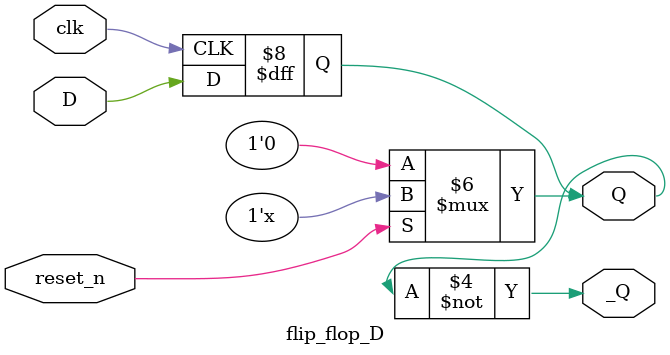
<source format=v>


// //------------Internal Variables--------
// reg q;

// //-------------Code Starts Here---------
// always @ ( posedge clk or negedge reset)
// if (~reset) begin
//   q <= 1'b0;
// end  else begin
//   q <= data;
// end

// endmodule //End Of Module dff_async_reset



//Modulo que simula el comportamiento de un flip flop D
//,de flancos ascedentes,con reset asincronico
module flip_flop_D(
    D,
    clk,
    Q,
    _Q, 
    reset_n
);


//=============Input Ports=============================
    input   D, clk, reset_n;
//=============Output Ports============================
    output  Q, _Q;
//=============Input ports Data Type===================
    wire    D, clk;
//=============Output Ports Data Type==================
    reg    Q;
    wire   _Q;

    not(_Q, Q);

always @(posedge clk) 
begin
 Q <= D; 
end

always @(reset_n)
    if (reset_n==0) begin
        Q=0;
        $display("reseteo el flip flop, Q = %d", Q);
    end

endmodule 
</source>
